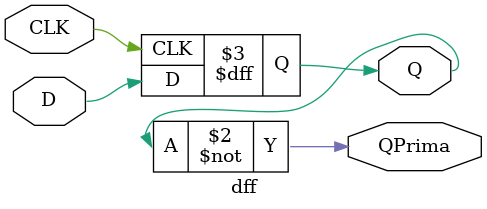
<source format=v>
`timescale 1ns/10ps
module dff(
   input D,
   output Q,
   output QPrima,
   input CLK);
        always @ (posedge CLK)
        Q = D;  
        assign QPrima = ~Q;
endmodule
</source>
